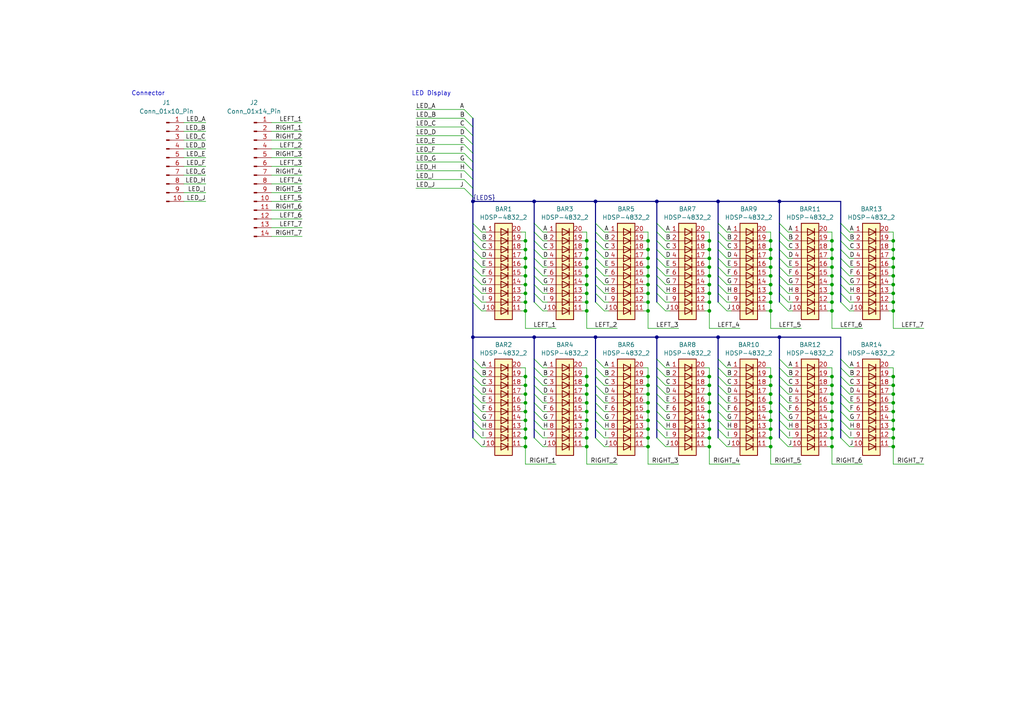
<source format=kicad_sch>
(kicad_sch (version 20230121) (generator eeschema)
  (paper "A4")
  (title_block (title "Spectrum Analyzer Display") (date "2023-08-01") (rev "0.1.0") (company "shimo8810"))
  (bus_alias "LEDS" (members "A" "B" "C" "D" "E" "F" "G" "H" "I" "J"))
  (junction (at 259.08 114.3))
  (junction (at 223.52 90.17))
  (junction (at 187.96 109.22))
  (junction (at 154.94 58.42))
  (junction (at 187.96 127))
  (junction (at 259.08 90.17))
  (junction (at 241.3 80.01))
  (junction (at 259.08 72.39))
  (junction (at 259.08 80.01))
  (junction (at 170.18 87.63))
  (junction (at 152.4 119.38))
  (junction (at 187.96 90.17))
  (junction (at 223.52 121.92))
  (junction (at 223.52 85.09))
  (junction (at 241.3 72.39))
  (junction (at 187.96 116.84))
  (junction (at 205.74 82.55))
  (junction (at 187.96 119.38))
  (junction (at 241.3 69.85))
  (junction (at 187.96 74.93))
  (junction (at 152.4 109.22))
  (junction (at 223.52 124.46))
  (junction (at 223.52 111.76))
  (junction (at 259.08 87.63))
  (junction (at 205.74 69.85))
  (junction (at 259.08 129.54))
  (junction (at 223.52 87.63))
  (junction (at 241.3 82.55))
  (junction (at 259.08 119.38))
  (junction (at 223.52 109.22))
  (junction (at 152.4 116.84))
  (junction (at 152.4 87.63))
  (junction (at 170.18 111.76))
  (junction (at 205.74 109.22))
  (junction (at 152.4 90.17))
  (junction (at 170.18 114.3))
  (junction (at 223.52 82.55))
  (junction (at 187.96 114.3))
  (junction (at 259.08 127))
  (junction (at 170.18 72.39))
  (junction (at 152.4 85.09))
  (junction (at 223.52 116.84))
  (junction (at 205.74 87.63))
  (junction (at 170.18 69.85))
  (junction (at 241.3 124.46))
  (junction (at 241.3 109.22))
  (junction (at 190.5 97.79))
  (junction (at 170.18 82.55))
  (junction (at 223.52 119.38))
  (junction (at 223.52 74.93))
  (junction (at 208.28 58.42))
  (junction (at 259.08 116.84))
  (junction (at 259.08 69.85))
  (junction (at 208.28 97.79))
  (junction (at 152.4 69.85))
  (junction (at 205.74 124.46))
  (junction (at 241.3 121.92))
  (junction (at 152.4 121.92))
  (junction (at 241.3 87.63))
  (junction (at 241.3 85.09))
  (junction (at 170.18 80.01))
  (junction (at 241.3 114.3))
  (junction (at 170.18 119.38))
  (junction (at 170.18 124.46))
  (junction (at 170.18 127))
  (junction (at 152.4 127))
  (junction (at 223.52 114.3))
  (junction (at 152.4 129.54))
  (junction (at 223.52 80.01))
  (junction (at 137.16 58.42))
  (junction (at 187.96 129.54))
  (junction (at 241.3 116.84))
  (junction (at 223.52 69.85))
  (junction (at 205.74 119.38))
  (junction (at 241.3 77.47))
  (junction (at 241.3 90.17))
  (junction (at 259.08 124.46))
  (junction (at 187.96 111.76))
  (junction (at 170.18 85.09))
  (junction (at 205.74 77.47))
  (junction (at 170.18 77.47))
  (junction (at 137.16 97.79))
  (junction (at 223.52 72.39))
  (junction (at 241.3 127))
  (junction (at 241.3 74.93))
  (junction (at 187.96 124.46))
  (junction (at 205.74 121.92))
  (junction (at 170.18 121.92))
  (junction (at 223.52 77.47))
  (junction (at 187.96 85.09))
  (junction (at 205.74 114.3))
  (junction (at 226.06 97.79))
  (junction (at 205.74 74.93))
  (junction (at 226.06 58.42))
  (junction (at 259.08 111.76))
  (junction (at 187.96 82.55))
  (junction (at 259.08 121.92))
  (junction (at 223.52 129.54))
  (junction (at 170.18 74.93))
  (junction (at 170.18 116.84))
  (junction (at 205.74 127))
  (junction (at 205.74 72.39))
  (junction (at 187.96 72.39))
  (junction (at 152.4 82.55))
  (junction (at 187.96 69.85))
  (junction (at 152.4 111.76))
  (junction (at 154.94 97.79))
  (junction (at 190.5 58.42))
  (junction (at 152.4 77.47))
  (junction (at 170.18 90.17))
  (junction (at 205.74 80.01))
  (junction (at 241.3 111.76))
  (junction (at 170.18 129.54))
  (junction (at 205.74 90.17))
  (junction (at 259.08 85.09))
  (junction (at 259.08 109.22))
  (junction (at 241.3 129.54))
  (junction (at 187.96 87.63))
  (junction (at 205.74 111.76))
  (junction (at 152.4 124.46))
  (junction (at 205.74 85.09))
  (junction (at 152.4 114.3))
  (junction (at 152.4 80.01))
  (junction (at 172.72 97.79))
  (junction (at 170.18 109.22))
  (junction (at 223.52 127))
  (junction (at 241.3 119.38))
  (junction (at 259.08 77.47))
  (junction (at 152.4 72.39))
  (junction (at 152.4 74.93))
  (junction (at 259.08 82.55))
  (junction (at 205.74 129.54))
  (junction (at 172.72 58.42))
  (junction (at 187.96 77.47))
  (junction (at 205.74 116.84))
  (junction (at 259.08 74.93))
  (junction (at 187.96 121.92))
  (junction (at 187.96 80.01))
  (bus_entry (at 243.84 80.01) (size 2.54 2.54))
  (bus_entry (at 172.72 116.84) (size 2.54 2.54))
  (bus_entry (at 226.06 111.76) (size 2.54 2.54))
  (bus_entry (at 226.06 121.92) (size 2.54 2.54))
  (bus_entry (at 137.16 87.63) (size 2.54 2.54))
  (bus_entry (at 172.72 85.09) (size 2.54 2.54))
  (bus_entry (at 243.84 69.85) (size 2.54 2.54))
  (bus_entry (at 208.28 116.84) (size 2.54 2.54))
  (bus_entry (at 243.84 111.76) (size 2.54 2.54))
  (bus_entry (at 134.62 39.37) (size 2.54 2.54))
  (bus_entry (at 208.28 82.55) (size 2.54 2.54))
  (bus_entry (at 226.06 82.55) (size 2.54 2.54))
  (bus_entry (at 190.5 104.14) (size 2.54 2.54))
  (bus_entry (at 137.16 74.93) (size 2.54 2.54))
  (bus_entry (at 154.94 77.47) (size 2.54 2.54))
  (bus_entry (at 243.84 106.68) (size 2.54 2.54))
  (bus_entry (at 154.94 80.01) (size 2.54 2.54))
  (bus_entry (at 137.16 127) (size 2.54 2.54))
  (bus_entry (at 208.28 64.77) (size 2.54 2.54))
  (bus_entry (at 226.06 116.84) (size 2.54 2.54))
  (bus_entry (at 154.94 114.3) (size 2.54 2.54))
  (bus_entry (at 172.72 77.47) (size 2.54 2.54))
  (bus_entry (at 172.72 69.85) (size 2.54 2.54))
  (bus_entry (at 208.28 85.09) (size 2.54 2.54))
  (bus_entry (at 226.06 64.77) (size 2.54 2.54))
  (bus_entry (at 137.16 116.84) (size 2.54 2.54))
  (bus_entry (at 137.16 82.55) (size 2.54 2.54))
  (bus_entry (at 226.06 119.38) (size 2.54 2.54))
  (bus_entry (at 137.16 64.77) (size 2.54 2.54))
  (bus_entry (at 208.28 106.68) (size 2.54 2.54))
  (bus_entry (at 243.84 104.14) (size 2.54 2.54))
  (bus_entry (at 134.62 49.53) (size 2.54 2.54))
  (bus_entry (at 226.06 77.47) (size 2.54 2.54))
  (bus_entry (at 208.28 111.76) (size 2.54 2.54))
  (bus_entry (at 154.94 116.84) (size 2.54 2.54))
  (bus_entry (at 190.5 114.3) (size 2.54 2.54))
  (bus_entry (at 137.16 67.31) (size 2.54 2.54))
  (bus_entry (at 190.5 124.46) (size 2.54 2.54))
  (bus_entry (at 243.84 85.09) (size 2.54 2.54))
  (bus_entry (at 208.28 72.39) (size 2.54 2.54))
  (bus_entry (at 137.16 80.01) (size 2.54 2.54))
  (bus_entry (at 172.72 121.92) (size 2.54 2.54))
  (bus_entry (at 208.28 127) (size 2.54 2.54))
  (bus_entry (at 243.84 67.31) (size 2.54 2.54))
  (bus_entry (at 134.62 52.07) (size 2.54 2.54))
  (bus_entry (at 172.72 109.22) (size 2.54 2.54))
  (bus_entry (at 190.5 67.31) (size 2.54 2.54))
  (bus_entry (at 226.06 80.01) (size 2.54 2.54))
  (bus_entry (at 154.94 104.14) (size 2.54 2.54))
  (bus_entry (at 134.62 54.61) (size 2.54 2.54))
  (bus_entry (at 172.72 104.14) (size 2.54 2.54))
  (bus_entry (at 154.94 82.55) (size 2.54 2.54))
  (bus_entry (at 154.94 64.77) (size 2.54 2.54))
  (bus_entry (at 172.72 64.77) (size 2.54 2.54))
  (bus_entry (at 154.94 74.93) (size 2.54 2.54))
  (bus_entry (at 226.06 69.85) (size 2.54 2.54))
  (bus_entry (at 208.28 124.46) (size 2.54 2.54))
  (bus_entry (at 243.84 72.39) (size 2.54 2.54))
  (bus_entry (at 154.94 124.46) (size 2.54 2.54))
  (bus_entry (at 226.06 109.22) (size 2.54 2.54))
  (bus_entry (at 190.5 121.92) (size 2.54 2.54))
  (bus_entry (at 190.5 77.47) (size 2.54 2.54))
  (bus_entry (at 137.16 106.68) (size 2.54 2.54))
  (bus_entry (at 226.06 72.39) (size 2.54 2.54))
  (bus_entry (at 190.5 69.85) (size 2.54 2.54))
  (bus_entry (at 208.28 80.01) (size 2.54 2.54))
  (bus_entry (at 154.94 121.92) (size 2.54 2.54))
  (bus_entry (at 172.72 106.68) (size 2.54 2.54))
  (bus_entry (at 226.06 67.31) (size 2.54 2.54))
  (bus_entry (at 172.72 127) (size 2.54 2.54))
  (bus_entry (at 172.72 124.46) (size 2.54 2.54))
  (bus_entry (at 154.94 87.63) (size 2.54 2.54))
  (bus_entry (at 190.5 74.93) (size 2.54 2.54))
  (bus_entry (at 154.94 69.85) (size 2.54 2.54))
  (bus_entry (at 154.94 85.09) (size 2.54 2.54))
  (bus_entry (at 190.5 80.01) (size 2.54 2.54))
  (bus_entry (at 226.06 114.3) (size 2.54 2.54))
  (bus_entry (at 208.28 119.38) (size 2.54 2.54))
  (bus_entry (at 172.72 82.55) (size 2.54 2.54))
  (bus_entry (at 208.28 87.63) (size 2.54 2.54))
  (bus_entry (at 208.28 121.92) (size 2.54 2.54))
  (bus_entry (at 172.72 72.39) (size 2.54 2.54))
  (bus_entry (at 190.5 116.84) (size 2.54 2.54))
  (bus_entry (at 134.62 36.83) (size 2.54 2.54))
  (bus_entry (at 226.06 124.46) (size 2.54 2.54))
  (bus_entry (at 154.94 72.39) (size 2.54 2.54))
  (bus_entry (at 243.84 116.84) (size 2.54 2.54))
  (bus_entry (at 208.28 104.14) (size 2.54 2.54))
  (bus_entry (at 208.28 74.93) (size 2.54 2.54))
  (bus_entry (at 190.5 109.22) (size 2.54 2.54))
  (bus_entry (at 137.16 104.14) (size 2.54 2.54))
  (bus_entry (at 208.28 67.31) (size 2.54 2.54))
  (bus_entry (at 137.16 121.92) (size 2.54 2.54))
  (bus_entry (at 137.16 114.3) (size 2.54 2.54))
  (bus_entry (at 172.72 80.01) (size 2.54 2.54))
  (bus_entry (at 172.72 111.76) (size 2.54 2.54))
  (bus_entry (at 134.62 44.45) (size 2.54 2.54))
  (bus_entry (at 243.84 82.55) (size 2.54 2.54))
  (bus_entry (at 190.5 119.38) (size 2.54 2.54))
  (bus_entry (at 154.94 111.76) (size 2.54 2.54))
  (bus_entry (at 134.62 46.99) (size 2.54 2.54))
  (bus_entry (at 226.06 87.63) (size 2.54 2.54))
  (bus_entry (at 190.5 82.55) (size 2.54 2.54))
  (bus_entry (at 172.72 119.38) (size 2.54 2.54))
  (bus_entry (at 172.72 87.63) (size 2.54 2.54))
  (bus_entry (at 172.72 67.31) (size 2.54 2.54))
  (bus_entry (at 134.62 31.75) (size 2.54 2.54))
  (bus_entry (at 226.06 106.68) (size 2.54 2.54))
  (bus_entry (at 137.16 111.76) (size 2.54 2.54))
  (bus_entry (at 172.72 74.93) (size 2.54 2.54))
  (bus_entry (at 243.84 121.92) (size 2.54 2.54))
  (bus_entry (at 190.5 85.09) (size 2.54 2.54))
  (bus_entry (at 243.84 64.77) (size 2.54 2.54))
  (bus_entry (at 190.5 87.63) (size 2.54 2.54))
  (bus_entry (at 208.28 114.3) (size 2.54 2.54))
  (bus_entry (at 208.28 109.22) (size 2.54 2.54))
  (bus_entry (at 190.5 127) (size 2.54 2.54))
  (bus_entry (at 226.06 127) (size 2.54 2.54))
  (bus_entry (at 226.06 74.93) (size 2.54 2.54))
  (bus_entry (at 172.72 114.3) (size 2.54 2.54))
  (bus_entry (at 243.84 77.47) (size 2.54 2.54))
  (bus_entry (at 190.5 64.77) (size 2.54 2.54))
  (bus_entry (at 134.62 34.29) (size 2.54 2.54))
  (bus_entry (at 226.06 104.14) (size 2.54 2.54))
  (bus_entry (at 154.94 106.68) (size 2.54 2.54))
  (bus_entry (at 243.84 124.46) (size 2.54 2.54))
  (bus_entry (at 137.16 72.39) (size 2.54 2.54))
  (bus_entry (at 137.16 124.46) (size 2.54 2.54))
  (bus_entry (at 137.16 85.09) (size 2.54 2.54))
  (bus_entry (at 134.62 41.91) (size 2.54 2.54))
  (bus_entry (at 190.5 106.68) (size 2.54 2.54))
  (bus_entry (at 208.28 77.47) (size 2.54 2.54))
  (bus_entry (at 137.16 77.47) (size 2.54 2.54))
  (bus_entry (at 137.16 69.85) (size 2.54 2.54))
  (bus_entry (at 154.94 109.22) (size 2.54 2.54))
  (bus_entry (at 243.84 87.63) (size 2.54 2.54))
  (bus_entry (at 243.84 119.38) (size 2.54 2.54))
  (bus_entry (at 243.84 74.93) (size 2.54 2.54))
  (bus_entry (at 154.94 119.38) (size 2.54 2.54))
  (bus_entry (at 226.06 85.09) (size 2.54 2.54))
  (bus_entry (at 243.84 109.22) (size 2.54 2.54))
  (bus_entry (at 190.5 72.39) (size 2.54 2.54))
  (bus_entry (at 190.5 111.76) (size 2.54 2.54))
  (bus_entry (at 208.28 69.85) (size 2.54 2.54))
  (bus_entry (at 137.16 119.38) (size 2.54 2.54))
  (bus_entry (at 243.84 127) (size 2.54 2.54))
  (bus_entry (at 243.84 114.3) (size 2.54 2.54))
  (bus_entry (at 154.94 127) (size 2.54 2.54))
  (bus_entry (at 154.94 67.31) (size 2.54 2.54))
  (bus_entry (at 137.16 109.22) (size 2.54 2.54))
  (wire (pts (xy 210.82 80.01) (xy 212.09 80.01)))
  (wire (pts (xy 53.34 50.8) (xy 59.69 50.8)))
  (wire (pts (xy 151.13 111.76) (xy 152.4 111.76)))
  (wire (pts (xy 204.47 82.55) (xy 205.74 82.55)))
  (wire (pts (xy 210.82 72.39) (xy 212.09 72.39)))
  (wire (pts (xy 259.08 90.17) (xy 259.08 95.25)))
  (wire (pts (xy 222.25 69.85) (xy 223.52 69.85)))
  (wire (pts (xy 246.38 74.93) (xy 247.65 74.93)))
  (wire (pts (xy 186.69 114.3) (xy 187.96 114.3)))
  (wire (pts (xy 228.6 114.3) (xy 229.87 114.3)))
  (wire (pts (xy 187.96 127) (xy 187.96 129.54)))
  (wire (pts (xy 187.96 129.54) (xy 187.96 134.62)))
  (wire (pts (xy 168.91 80.01) (xy 170.18 80.01)))
  (wire (pts (xy 241.3 116.84) (xy 241.3 119.38)))
  (wire (pts (xy 241.3 74.93) (xy 241.3 77.47)))
  (wire (pts (xy 223.52 82.55) (xy 223.52 85.09)))
  (wire (pts (xy 186.69 124.46) (xy 187.96 124.46)))
  (wire (pts (xy 170.18 87.63) (xy 170.18 90.17)))
  (bus (pts (xy 172.72 85.09) (xy 172.72 87.63)))
  (wire (pts (xy 241.3 72.39) (xy 241.3 74.93)))
  (wire (pts (xy 151.13 109.22) (xy 152.4 109.22)))
  (bus (pts (xy 208.28 80.01) (xy 208.28 82.55)))
  (wire (pts (xy 228.6 74.93) (xy 229.87 74.93)))
  (wire (pts (xy 151.13 82.55) (xy 152.4 82.55)))
  (wire (pts (xy 186.69 69.85) (xy 187.96 69.85)))
  (bus (pts (xy 154.94 82.55) (xy 154.94 85.09)))
  (wire (pts (xy 257.81 85.09) (xy 259.08 85.09)))
  (bus (pts (xy 208.28 72.39) (xy 208.28 74.93)))
  (bus (pts (xy 154.94 58.42) (xy 154.94 64.77)))
  (wire (pts (xy 139.7 80.01) (xy 140.97 80.01)))
  (wire (pts (xy 228.6 106.68) (xy 229.87 106.68)))
  (wire (pts (xy 120.65 36.83) (xy 134.62 36.83)))
  (bus (pts (xy 226.06 121.92) (xy 226.06 124.46)))
  (bus (pts (xy 190.5 111.76) (xy 190.5 114.3)))
  (wire (pts (xy 187.96 87.63) (xy 187.96 90.17)))
  (bus (pts (xy 172.72 72.39) (xy 172.72 74.93)))
  (wire (pts (xy 222.25 72.39) (xy 223.52 72.39)))
  (wire (pts (xy 259.08 124.46) (xy 259.08 127)))
  (bus (pts (xy 154.94 104.14) (xy 154.94 106.68)))
  (wire (pts (xy 204.47 77.47) (xy 205.74 77.47)))
  (wire (pts (xy 241.3 95.25) (xy 250.19 95.25)))
  (wire (pts (xy 228.6 124.46) (xy 229.87 124.46)))
  (wire (pts (xy 204.47 85.09) (xy 205.74 85.09)))
  (wire (pts (xy 204.47 111.76) (xy 205.74 111.76)))
  (wire (pts (xy 152.4 82.55) (xy 152.4 85.09)))
  (wire (pts (xy 120.65 52.07) (xy 134.62 52.07)))
  (bus (pts (xy 226.06 58.42) (xy 243.84 58.42)))
  (wire (pts (xy 246.38 121.92) (xy 247.65 121.92)))
  (wire (pts (xy 210.82 124.46) (xy 212.09 124.46)))
  (wire (pts (xy 241.3 106.68) (xy 241.3 109.22)))
  (wire (pts (xy 78.74 58.42) (xy 87.63 58.42)))
  (wire (pts (xy 186.69 116.84) (xy 187.96 116.84)))
  (wire (pts (xy 193.04 90.17) (xy 194.31 90.17)))
  (wire (pts (xy 151.13 90.17) (xy 152.4 90.17)))
  (wire (pts (xy 78.74 45.72) (xy 87.63 45.72)))
  (wire (pts (xy 78.74 35.56) (xy 87.63 35.56)))
  (wire (pts (xy 222.25 129.54) (xy 223.52 129.54)))
  (wire (pts (xy 53.34 45.72) (xy 59.69 45.72)))
  (wire (pts (xy 151.13 127) (xy 152.4 127)))
  (wire (pts (xy 228.6 77.47) (xy 229.87 77.47)))
  (wire (pts (xy 168.91 90.17) (xy 170.18 90.17)))
  (wire (pts (xy 139.7 119.38) (xy 140.97 119.38)))
  (wire (pts (xy 152.4 77.47) (xy 152.4 80.01)))
  (wire (pts (xy 152.4 72.39) (xy 152.4 74.93)))
  (wire (pts (xy 152.4 74.93) (xy 152.4 77.47)))
  (wire (pts (xy 120.65 49.53) (xy 134.62 49.53)))
  (bus (pts (xy 243.84 119.38) (xy 243.84 121.92)))
  (wire (pts (xy 168.91 106.68) (xy 170.18 106.68)))
  (wire (pts (xy 157.48 85.09) (xy 158.75 85.09)))
  (wire (pts (xy 246.38 129.54) (xy 247.65 129.54)))
  (wire (pts (xy 168.91 77.47) (xy 170.18 77.47)))
  (wire (pts (xy 193.04 87.63) (xy 194.31 87.63)))
  (wire (pts (xy 168.91 121.92) (xy 170.18 121.92)))
  (wire (pts (xy 170.18 67.31) (xy 170.18 69.85)))
  (wire (pts (xy 193.04 77.47) (xy 194.31 77.47)))
  (bus (pts (xy 190.5 85.09) (xy 190.5 87.63)))
  (wire (pts (xy 223.52 69.85) (xy 223.52 72.39)))
  (wire (pts (xy 151.13 106.68) (xy 152.4 106.68)))
  (bus (pts (xy 243.84 114.3) (xy 243.84 116.84)))
  (wire (pts (xy 205.74 121.92) (xy 205.74 124.46)))
  (bus (pts (xy 137.16 36.83) (xy 137.16 39.37)))
  (wire (pts (xy 193.04 74.93) (xy 194.31 74.93)))
  (wire (pts (xy 152.4 69.85) (xy 152.4 72.39)))
  (wire (pts (xy 152.4 129.54) (xy 152.4 134.62)))
  (wire (pts (xy 139.7 121.92) (xy 140.97 121.92)))
  (bus (pts (xy 208.28 109.22) (xy 208.28 111.76)))
  (bus (pts (xy 154.94 111.76) (xy 154.94 114.3)))
  (wire (pts (xy 259.08 74.93) (xy 259.08 77.47)))
  (wire (pts (xy 139.7 85.09) (xy 140.97 85.09)))
  (bus (pts (xy 137.16 39.37) (xy 137.16 41.91)))
  (wire (pts (xy 257.81 116.84) (xy 259.08 116.84)))
  (wire (pts (xy 240.03 119.38) (xy 241.3 119.38)))
  (wire (pts (xy 168.91 85.09) (xy 170.18 85.09)))
  (wire (pts (xy 186.69 77.47) (xy 187.96 77.47)))
  (wire (pts (xy 170.18 134.62) (xy 179.07 134.62)))
  (bus (pts (xy 154.94 106.68) (xy 154.94 109.22)))
  (wire (pts (xy 53.34 35.56) (xy 59.69 35.56)))
  (bus (pts (xy 190.5 116.84) (xy 190.5 119.38)))
  (wire (pts (xy 205.74 69.85) (xy 205.74 72.39)))
  (wire (pts (xy 240.03 67.31) (xy 241.3 67.31)))
  (wire (pts (xy 210.82 90.17) (xy 212.09 90.17)))
  (wire (pts (xy 241.3 67.31) (xy 241.3 69.85)))
  (bus (pts (xy 172.72 58.42) (xy 190.5 58.42)))
  (wire (pts (xy 175.26 69.85) (xy 176.53 69.85)))
  (bus (pts (xy 172.72 111.76) (xy 172.72 114.3)))
  (wire (pts (xy 222.25 111.76) (xy 223.52 111.76)))
  (wire (pts (xy 205.74 134.62) (xy 214.63 134.62)))
  (wire (pts (xy 157.48 80.01) (xy 158.75 80.01)))
  (wire (pts (xy 151.13 67.31) (xy 152.4 67.31)))
  (wire (pts (xy 223.52 77.47) (xy 223.52 80.01)))
  (wire (pts (xy 139.7 90.17) (xy 140.97 90.17)))
  (bus (pts (xy 243.84 64.77) (xy 243.84 58.42)))
  (bus (pts (xy 243.84 67.31) (xy 243.84 69.85)))
  (wire (pts (xy 257.81 90.17) (xy 259.08 90.17)))
  (wire (pts (xy 246.38 67.31) (xy 247.65 67.31)))
  (wire (pts (xy 228.6 121.92) (xy 229.87 121.92)))
  (wire (pts (xy 53.34 55.88) (xy 59.69 55.88)))
  (wire (pts (xy 228.6 109.22) (xy 229.87 109.22)))
  (wire (pts (xy 168.91 69.85) (xy 170.18 69.85)))
  (wire (pts (xy 168.91 74.93) (xy 170.18 74.93)))
  (bus (pts (xy 137.16 58.42) (xy 137.16 64.77)))
  (wire (pts (xy 78.74 66.04) (xy 87.63 66.04)))
  (wire (pts (xy 186.69 82.55) (xy 187.96 82.55)))
  (wire (pts (xy 210.82 106.68) (xy 212.09 106.68)))
  (wire (pts (xy 241.3 134.62) (xy 250.19 134.62)))
  (bus (pts (xy 137.16 74.93) (xy 137.16 77.47)))
  (bus (pts (xy 137.16 124.46) (xy 137.16 127)))
  (wire (pts (xy 205.74 127) (xy 205.74 129.54)))
  (wire (pts (xy 257.81 80.01) (xy 259.08 80.01)))
  (wire (pts (xy 151.13 77.47) (xy 152.4 77.47)))
  (wire (pts (xy 204.47 124.46) (xy 205.74 124.46)))
  (bus (pts (xy 172.72 82.55) (xy 172.72 85.09)))
  (bus (pts (xy 243.84 111.76) (xy 243.84 114.3)))
  (bus (pts (xy 137.16 57.15) (xy 137.16 58.42)))
  (wire (pts (xy 240.03 129.54) (xy 241.3 129.54)))
  (wire (pts (xy 223.52 124.46) (xy 223.52 127)))
  (wire (pts (xy 222.25 109.22) (xy 223.52 109.22)))
  (wire (pts (xy 168.91 67.31) (xy 170.18 67.31)))
  (bus (pts (xy 137.16 44.45) (xy 137.16 46.99)))
  (wire (pts (xy 240.03 127) (xy 241.3 127)))
  (wire (pts (xy 151.13 124.46) (xy 152.4 124.46)))
  (wire (pts (xy 170.18 111.76) (xy 170.18 114.3)))
  (bus (pts (xy 226.06 74.93) (xy 226.06 77.47)))
  (wire (pts (xy 240.03 90.17) (xy 241.3 90.17)))
  (bus (pts (xy 154.94 121.92) (xy 154.94 124.46)))
  (wire (pts (xy 259.08 95.25) (xy 267.97 95.25)))
  (wire (pts (xy 170.18 72.39) (xy 170.18 74.93)))
  (bus (pts (xy 137.16 49.53) (xy 137.16 52.07)))
  (wire (pts (xy 210.82 129.54) (xy 212.09 129.54)))
  (bus (pts (xy 243.84 116.84) (xy 243.84 119.38)))
  (wire (pts (xy 187.96 77.47) (xy 187.96 80.01)))
  (bus (pts (xy 172.72 64.77) (xy 172.72 67.31)))
  (bus (pts (xy 190.5 80.01) (xy 190.5 82.55)))
  (wire (pts (xy 204.47 67.31) (xy 205.74 67.31)))
  (bus (pts (xy 208.28 119.38) (xy 208.28 121.92)))
  (wire (pts (xy 157.48 90.17) (xy 158.75 90.17)))
  (bus (pts (xy 137.16 54.61) (xy 137.16 57.15)))
  (wire (pts (xy 170.18 90.17) (xy 170.18 95.25)))
  (wire (pts (xy 175.26 87.63) (xy 176.53 87.63)))
  (wire (pts (xy 246.38 106.68) (xy 247.65 106.68)))
  (wire (pts (xy 157.48 111.76) (xy 158.75 111.76)))
  (wire (pts (xy 210.82 82.55) (xy 212.09 82.55)))
  (wire (pts (xy 78.74 68.58) (xy 87.63 68.58)))
  (wire (pts (xy 175.26 109.22) (xy 176.53 109.22)))
  (wire (pts (xy 222.25 74.93) (xy 223.52 74.93)))
  (wire (pts (xy 157.48 124.46) (xy 158.75 124.46)))
  (wire (pts (xy 205.74 95.25) (xy 214.63 95.25)))
  (wire (pts (xy 241.3 90.17) (xy 241.3 95.25)))
  (bus (pts (xy 137.16 67.31) (xy 137.16 69.85)))
  (wire (pts (xy 139.7 109.22) (xy 140.97 109.22)))
  (wire (pts (xy 168.91 111.76) (xy 170.18 111.76)))
  (wire (pts (xy 175.26 67.31) (xy 176.53 67.31)))
  (wire (pts (xy 187.96 74.93) (xy 187.96 77.47)))
  (wire (pts (xy 222.25 80.01) (xy 223.52 80.01)))
  (wire (pts (xy 257.81 106.68) (xy 259.08 106.68)))
  (wire (pts (xy 228.6 127) (xy 229.87 127)))
  (wire (pts (xy 205.74 129.54) (xy 205.74 134.62)))
  (bus (pts (xy 137.16 41.91) (xy 137.16 44.45)))
  (wire (pts (xy 259.08 121.92) (xy 259.08 124.46)))
  (wire (pts (xy 240.03 69.85) (xy 241.3 69.85)))
  (wire (pts (xy 223.52 80.01) (xy 223.52 82.55)))
  (wire (pts (xy 120.65 54.61) (xy 134.62 54.61)))
  (wire (pts (xy 205.74 85.09) (xy 205.74 87.63)))
  (wire (pts (xy 186.69 121.92) (xy 187.96 121.92)))
  (wire (pts (xy 78.74 53.34) (xy 87.63 53.34)))
  (bus (pts (xy 154.94 85.09) (xy 154.94 87.63)))
  (wire (pts (xy 186.69 87.63) (xy 187.96 87.63)))
  (wire (pts (xy 223.52 134.62) (xy 232.41 134.62)))
  (bus (pts (xy 226.06 106.68) (xy 226.06 109.22)))
  (wire (pts (xy 241.3 87.63) (xy 241.3 90.17)))
  (wire (pts (xy 120.65 41.91) (xy 134.62 41.91)))
  (wire (pts (xy 168.91 129.54) (xy 170.18 129.54)))
  (wire (pts (xy 151.13 119.38) (xy 152.4 119.38)))
  (wire (pts (xy 175.26 121.92) (xy 176.53 121.92)))
  (wire (pts (xy 186.69 109.22) (xy 187.96 109.22)))
  (bus (pts (xy 243.84 121.92) (xy 243.84 124.46)))
  (bus (pts (xy 243.84 80.01) (xy 243.84 82.55)))
  (wire (pts (xy 210.82 87.63) (xy 212.09 87.63)))
  (wire (pts (xy 170.18 85.09) (xy 170.18 87.63)))
  (bus (pts (xy 243.84 64.77) (xy 243.84 67.31)))
  (wire (pts (xy 151.13 74.93) (xy 152.4 74.93)))
  (bus (pts (xy 137.16 80.01) (xy 137.16 82.55)))
  (bus (pts (xy 190.5 109.22) (xy 190.5 111.76)))
  (wire (pts (xy 157.48 109.22) (xy 158.75 109.22)))
  (wire (pts (xy 257.81 119.38) (xy 259.08 119.38)))
  (wire (pts (xy 204.47 72.39) (xy 205.74 72.39)))
  (bus (pts (xy 172.72 124.46) (xy 172.72 127)))
  (wire (pts (xy 53.34 43.18) (xy 59.69 43.18)))
  (wire (pts (xy 170.18 69.85) (xy 170.18 72.39)))
  (wire (pts (xy 259.08 134.62) (xy 267.97 134.62)))
  (wire (pts (xy 175.26 127) (xy 176.53 127)))
  (wire (pts (xy 151.13 69.85) (xy 152.4 69.85)))
  (wire (pts (xy 259.08 69.85) (xy 259.08 72.39)))
  (wire (pts (xy 204.47 80.01) (xy 205.74 80.01)))
  (bus (pts (xy 208.28 114.3) (xy 208.28 116.84)))
  (bus (pts (xy 172.72 58.42) (xy 172.72 64.77)))
  (wire (pts (xy 240.03 85.09) (xy 241.3 85.09)))
  (wire (pts (xy 187.96 95.25) (xy 196.85 95.25)))
  (wire (pts (xy 222.25 124.46) (xy 223.52 124.46)))
  (wire (pts (xy 241.3 109.22) (xy 241.3 111.76)))
  (wire (pts (xy 157.48 106.68) (xy 158.75 106.68)))
  (bus (pts (xy 226.06 69.85) (xy 226.06 72.39)))
  (wire (pts (xy 223.52 119.38) (xy 223.52 121.92)))
  (wire (pts (xy 151.13 80.01) (xy 152.4 80.01)))
  (wire (pts (xy 223.52 85.09) (xy 223.52 87.63)))
  (bus (pts (xy 208.28 82.55) (xy 208.28 85.09)))
  (wire (pts (xy 246.38 90.17) (xy 247.65 90.17)))
  (wire (pts (xy 139.7 114.3) (xy 140.97 114.3)))
  (bus (pts (xy 208.28 77.47) (xy 208.28 80.01)))
  (wire (pts (xy 170.18 82.55) (xy 170.18 85.09)))
  (wire (pts (xy 222.25 67.31) (xy 223.52 67.31)))
  (wire (pts (xy 259.08 109.22) (xy 259.08 111.76)))
  (bus (pts (xy 154.94 69.85) (xy 154.94 72.39)))
  (bus (pts (xy 226.06 64.77) (xy 226.06 67.31)))
  (wire (pts (xy 78.74 43.18) (xy 87.63 43.18)))
  (wire (pts (xy 204.47 109.22) (xy 205.74 109.22)))
  (wire (pts (xy 157.48 72.39) (xy 158.75 72.39)))
  (wire (pts (xy 193.04 119.38) (xy 194.31 119.38)))
  (wire (pts (xy 246.38 116.84) (xy 247.65 116.84)))
  (wire (pts (xy 205.74 67.31) (xy 205.74 69.85)))
  (wire (pts (xy 187.96 85.09) (xy 187.96 87.63)))
  (wire (pts (xy 223.52 95.25) (xy 232.41 95.25)))
  (wire (pts (xy 157.48 77.47) (xy 158.75 77.47)))
  (bus (pts (xy 208.28 69.85) (xy 208.28 72.39)))
  (wire (pts (xy 186.69 67.31) (xy 187.96 67.31)))
  (bus (pts (xy 154.94 104.14) (xy 154.94 97.79)))
  (bus (pts (xy 137.16 69.85) (xy 137.16 72.39)))
  (wire (pts (xy 222.25 116.84) (xy 223.52 116.84)))
  (bus (pts (xy 190.5 106.68) (xy 190.5 109.22)))
  (wire (pts (xy 246.38 72.39) (xy 247.65 72.39)))
  (wire (pts (xy 175.26 116.84) (xy 176.53 116.84)))
  (bus (pts (xy 243.84 77.47) (xy 243.84 80.01)))
  (wire (pts (xy 152.4 134.62) (xy 161.29 134.62)))
  (wire (pts (xy 210.82 114.3) (xy 212.09 114.3)))
  (wire (pts (xy 204.47 69.85) (xy 205.74 69.85)))
  (bus (pts (xy 226.06 97.79) (xy 226.06 104.14)))
  (wire (pts (xy 193.04 111.76) (xy 194.31 111.76)))
  (wire (pts (xy 223.52 90.17) (xy 223.52 95.25)))
  (wire (pts (xy 204.47 127) (xy 205.74 127)))
  (wire (pts (xy 152.4 87.63) (xy 152.4 90.17)))
  (bus (pts (xy 243.84 124.46) (xy 243.84 127)))
  (bus (pts (xy 226.06 58.42) (xy 226.06 64.77)))
  (wire (pts (xy 193.04 114.3) (xy 194.31 114.3)))
  (wire (pts (xy 193.04 121.92) (xy 194.31 121.92)))
  (wire (pts (xy 170.18 116.84) (xy 170.18 119.38)))
  (wire (pts (xy 223.52 127) (xy 223.52 129.54)))
  (wire (pts (xy 223.52 72.39) (xy 223.52 74.93)))
  (bus (pts (xy 243.84 85.09) (xy 243.84 87.63)))
  (bus (pts (xy 154.94 119.38) (xy 154.94 121.92)))
  (wire (pts (xy 240.03 124.46) (xy 241.3 124.46)))
  (wire (pts (xy 241.3 80.01) (xy 241.3 82.55)))
  (wire (pts (xy 204.47 87.63) (xy 205.74 87.63)))
  (wire (pts (xy 187.96 111.76) (xy 187.96 114.3)))
  (wire (pts (xy 210.82 85.09) (xy 212.09 85.09)))
  (wire (pts (xy 223.52 129.54) (xy 223.52 134.62)))
  (wire (pts (xy 157.48 67.31) (xy 158.75 67.31)))
  (bus (pts (xy 226.06 109.22) (xy 226.06 111.76)))
  (wire (pts (xy 175.26 124.46) (xy 176.53 124.46)))
  (wire (pts (xy 139.7 106.68) (xy 140.97 106.68)))
  (wire (pts (xy 222.25 82.55) (xy 223.52 82.55)))
  (bus (pts (xy 172.72 114.3) (xy 172.72 116.84)))
  (wire (pts (xy 152.4 67.31) (xy 152.4 69.85)))
  (wire (pts (xy 240.03 116.84) (xy 241.3 116.84)))
  (wire (pts (xy 152.4 85.09) (xy 152.4 87.63)))
  (wire (pts (xy 168.91 119.38) (xy 170.18 119.38)))
  (wire (pts (xy 240.03 109.22) (xy 241.3 109.22)))
  (wire (pts (xy 246.38 111.76) (xy 247.65 111.76)))
  (bus (pts (xy 137.16 58.42) (xy 154.94 58.42)))
  (wire (pts (xy 78.74 40.64) (xy 87.63 40.64)))
  (wire (pts (xy 139.7 124.46) (xy 140.97 124.46)))
  (wire (pts (xy 259.08 129.54) (xy 259.08 134.62)))
  (bus (pts (xy 137.16 114.3) (xy 137.16 116.84)))
  (wire (pts (xy 187.96 119.38) (xy 187.96 121.92)))
  (wire (pts (xy 259.08 80.01) (xy 259.08 82.55)))
  (bus (pts (xy 226.06 104.14) (xy 226.06 106.68)))
  (wire (pts (xy 222.25 114.3) (xy 223.52 114.3)))
  (wire (pts (xy 246.38 85.09) (xy 247.65 85.09)))
  (wire (pts (xy 241.3 82.55) (xy 241.3 85.09)))
  (wire (pts (xy 157.48 119.38) (xy 158.75 119.38)))
  (wire (pts (xy 228.6 80.01) (xy 229.87 80.01)))
  (wire (pts (xy 186.69 106.68) (xy 187.96 106.68)))
  (wire (pts (xy 168.91 87.63) (xy 170.18 87.63)))
  (wire (pts (xy 187.96 69.85) (xy 187.96 72.39)))
  (wire (pts (xy 170.18 77.47) (xy 170.18 80.01)))
  (wire (pts (xy 210.82 119.38) (xy 212.09 119.38)))
  (wire (pts (xy 228.6 85.09) (xy 229.87 85.09)))
  (wire (pts (xy 222.25 121.92) (xy 223.52 121.92)))
  (wire (pts (xy 241.3 121.92) (xy 241.3 124.46)))
  (wire (pts (xy 157.48 129.54) (xy 158.75 129.54)))
  (wire (pts (xy 205.74 106.68) (xy 205.74 109.22)))
  (bus (pts (xy 190.5 121.92) (xy 190.5 124.46)))
  (wire (pts (xy 259.08 119.38) (xy 259.08 121.92)))
  (bus (pts (xy 137.16 52.07) (xy 137.16 54.61)))
  (wire (pts (xy 257.81 77.47) (xy 259.08 77.47)))
  (wire (pts (xy 205.74 111.76) (xy 205.74 114.3)))
  (wire (pts (xy 204.47 119.38) (xy 205.74 119.38)))
  (wire (pts (xy 53.34 53.34) (xy 59.69 53.34)))
  (wire (pts (xy 53.34 38.1) (xy 59.69 38.1)))
  (bus (pts (xy 226.06 119.38) (xy 226.06 121.92)))
  (bus (pts (xy 190.5 64.77) (xy 190.5 67.31)))
  (wire (pts (xy 205.74 90.17) (xy 205.74 95.25)))
  (wire (pts (xy 186.69 129.54) (xy 187.96 129.54)))
  (wire (pts (xy 240.03 106.68) (xy 241.3 106.68)))
  (bus (pts (xy 172.72 77.47) (xy 172.72 80.01)))
  (wire (pts (xy 205.74 109.22) (xy 205.74 111.76)))
  (wire (pts (xy 78.74 63.5) (xy 87.63 63.5)))
  (bus (pts (xy 226.06 67.31) (xy 226.06 69.85)))
  (wire (pts (xy 204.47 116.84) (xy 205.74 116.84)))
  (wire (pts (xy 257.81 121.92) (xy 259.08 121.92)))
  (bus (pts (xy 208.28 58.42) (xy 226.06 58.42)))
  (wire (pts (xy 228.6 69.85) (xy 229.87 69.85)))
  (wire (pts (xy 240.03 121.92) (xy 241.3 121.92)))
  (wire (pts (xy 193.04 85.09) (xy 194.31 85.09)))
  (wire (pts (xy 241.3 129.54) (xy 241.3 134.62)))
  (wire (pts (xy 120.65 31.75) (xy 134.62 31.75)))
  (wire (pts (xy 228.6 129.54) (xy 229.87 129.54)))
  (wire (pts (xy 175.26 77.47) (xy 176.53 77.47)))
  (wire (pts (xy 120.65 46.99) (xy 134.62 46.99)))
  (wire (pts (xy 257.81 87.63) (xy 259.08 87.63)))
  (wire (pts (xy 157.48 121.92) (xy 158.75 121.92)))
  (wire (pts (xy 152.4 111.76) (xy 152.4 114.3)))
  (wire (pts (xy 186.69 74.93) (xy 187.96 74.93)))
  (wire (pts (xy 228.6 82.55) (xy 229.87 82.55)))
  (wire (pts (xy 187.96 124.46) (xy 187.96 127)))
  (bus (pts (xy 208.28 58.42) (xy 208.28 64.77)))
  (bus (pts (xy 208.28 106.68) (xy 208.28 109.22)))
  (bus (pts (xy 243.84 72.39) (xy 243.84 74.93)))
  (bus (pts (xy 154.94 114.3) (xy 154.94 116.84)))
  (wire (pts (xy 53.34 40.64) (xy 59.69 40.64)))
  (wire (pts (xy 222.25 119.38) (xy 223.52 119.38)))
  (bus (pts (xy 137.16 64.77) (xy 137.16 67.31)))
  (wire (pts (xy 168.91 82.55) (xy 170.18 82.55)))
  (bus (pts (xy 154.94 64.77) (xy 154.94 67.31)))
  (wire (pts (xy 246.38 127) (xy 247.65 127)))
  (bus (pts (xy 226.06 82.55) (xy 226.06 85.09)))
  (wire (pts (xy 241.3 119.38) (xy 241.3 121.92)))
  (bus (pts (xy 226.06 72.39) (xy 226.06 74.93)))
  (wire (pts (xy 152.4 95.25) (xy 161.29 95.25)))
  (wire (pts (xy 152.4 114.3) (xy 152.4 116.84)))
  (wire (pts (xy 139.7 127) (xy 140.97 127)))
  (wire (pts (xy 157.48 87.63) (xy 158.75 87.63)))
  (wire (pts (xy 175.26 80.01) (xy 176.53 80.01)))
  (wire (pts (xy 204.47 74.93) (xy 205.74 74.93)))
  (bus (pts (xy 154.94 74.93) (xy 154.94 77.47)))
  (bus (pts (xy 226.06 116.84) (xy 226.06 119.38)))
  (bus (pts (xy 172.72 121.92) (xy 172.72 124.46)))
  (bus (pts (xy 190.5 74.93) (xy 190.5 77.47)))
  (wire (pts (xy 228.6 111.76) (xy 229.87 111.76)))
  (wire (pts (xy 240.03 111.76) (xy 241.3 111.76)))
  (wire (pts (xy 228.6 90.17) (xy 229.87 90.17)))
  (bus (pts (xy 154.94 72.39) (xy 154.94 74.93)))
  (wire (pts (xy 259.08 106.68) (xy 259.08 109.22)))
  (wire (pts (xy 175.26 72.39) (xy 176.53 72.39)))
  (wire (pts (xy 246.38 119.38) (xy 247.65 119.38)))
  (bus (pts (xy 137.16 85.09) (xy 137.16 87.63)))
  (bus (pts (xy 190.5 104.14) (xy 190.5 106.68)))
  (wire (pts (xy 170.18 129.54) (xy 170.18 134.62)))
  (wire (pts (xy 152.4 127) (xy 152.4 129.54)))
  (wire (pts (xy 193.04 124.46) (xy 194.31 124.46)))
  (wire (pts (xy 152.4 121.92) (xy 152.4 124.46)))
  (wire (pts (xy 246.38 77.47) (xy 247.65 77.47)))
  (bus (pts (xy 137.16 111.76) (xy 137.16 114.3)))
  (wire (pts (xy 205.74 80.01) (xy 205.74 82.55)))
  (bus (pts (xy 137.16 104.14) (xy 137.16 106.68)))
  (bus (pts (xy 208.28 116.84) (xy 208.28 119.38)))
  (bus (pts (xy 190.5 114.3) (xy 190.5 116.84)))
  (bus (pts (xy 208.28 124.46) (xy 208.28 127)))
  (bus (pts (xy 172.72 67.31) (xy 172.72 69.85)))
  (wire (pts (xy 186.69 85.09) (xy 187.96 85.09)))
  (bus (pts (xy 137.16 77.47) (xy 137.16 80.01)))
  (wire (pts (xy 257.81 82.55) (xy 259.08 82.55)))
  (wire (pts (xy 78.74 38.1) (xy 87.63 38.1)))
  (wire (pts (xy 257.81 109.22) (xy 259.08 109.22)))
  (wire (pts (xy 157.48 82.55) (xy 158.75 82.55)))
  (wire (pts (xy 157.48 127) (xy 158.75 127)))
  (bus (pts (xy 190.5 97.79) (xy 208.28 97.79)))
  (wire (pts (xy 222.25 87.63) (xy 223.52 87.63)))
  (wire (pts (xy 241.3 85.09) (xy 241.3 87.63)))
  (wire (pts (xy 187.96 90.17) (xy 187.96 95.25)))
  (wire (pts (xy 152.4 90.17) (xy 152.4 95.25)))
  (wire (pts (xy 53.34 48.26) (xy 59.69 48.26)))
  (wire (pts (xy 151.13 121.92) (xy 152.4 121.92)))
  (bus (pts (xy 243.84 82.55) (xy 243.84 85.09)))
  (bus (pts (xy 190.5 67.31) (xy 190.5 69.85)))
  (bus (pts (xy 137.16 72.39) (xy 137.16 74.93)))
  (wire (pts (xy 246.38 114.3) (xy 247.65 114.3)))
  (bus (pts (xy 154.94 58.42) (xy 172.72 58.42)))
  (bus (pts (xy 172.72 80.01) (xy 172.72 82.55)))
  (wire (pts (xy 257.81 69.85) (xy 259.08 69.85)))
  (wire (pts (xy 170.18 109.22) (xy 170.18 111.76)))
  (wire (pts (xy 228.6 116.84) (xy 229.87 116.84)))
  (wire (pts (xy 151.13 129.54) (xy 152.4 129.54)))
  (bus (pts (xy 208.28 67.31) (xy 208.28 69.85)))
  (bus (pts (xy 154.94 80.01) (xy 154.94 82.55)))
  (wire (pts (xy 193.04 82.55) (xy 194.31 82.55)))
  (wire (pts (xy 168.91 127) (xy 170.18 127)))
  (bus (pts (xy 137.16 82.55) (xy 137.16 85.09)))
  (wire (pts (xy 170.18 114.3) (xy 170.18 116.84)))
  (wire (pts (xy 193.04 69.85) (xy 194.31 69.85)))
  (wire (pts (xy 257.81 72.39) (xy 259.08 72.39)))
  (wire (pts (xy 257.81 111.76) (xy 259.08 111.76)))
  (wire (pts (xy 204.47 121.92) (xy 205.74 121.92)))
  (bus (pts (xy 190.5 82.55) (xy 190.5 85.09)))
  (wire (pts (xy 205.74 74.93) (xy 205.74 77.47)))
  (wire (pts (xy 157.48 114.3) (xy 158.75 114.3)))
  (bus (pts (xy 154.94 77.47) (xy 154.94 80.01)))
  (bus (pts (xy 190.5 104.14) (xy 190.5 97.79)))
  (wire (pts (xy 152.4 119.38) (xy 152.4 121.92)))
  (wire (pts (xy 187.96 114.3) (xy 187.96 116.84)))
  (bus (pts (xy 154.94 109.22) (xy 154.94 111.76)))
  (bus (pts (xy 208.28 64.77) (xy 208.28 67.31)))
  (wire (pts (xy 210.82 111.76) (xy 212.09 111.76)))
  (bus (pts (xy 243.84 74.93) (xy 243.84 77.47)))
  (wire (pts (xy 187.96 106.68) (xy 187.96 109.22)))
  (wire (pts (xy 157.48 116.84) (xy 158.75 116.84)))
  (wire (pts (xy 210.82 74.93) (xy 212.09 74.93)))
  (wire (pts (xy 168.91 72.39) (xy 170.18 72.39)))
  (wire (pts (xy 240.03 77.47) (xy 241.3 77.47)))
  (bus (pts (xy 243.84 104.14) (xy 243.84 106.68)))
  (bus (pts (xy 172.72 74.93) (xy 172.72 77.47)))
  (wire (pts (xy 241.3 77.47) (xy 241.3 80.01)))
  (wire (pts (xy 193.04 109.22) (xy 194.31 109.22)))
  (wire (pts (xy 205.74 119.38) (xy 205.74 121.92)))
  (wire (pts (xy 223.52 121.92) (xy 223.52 124.46)))
  (wire (pts (xy 205.74 114.3) (xy 205.74 116.84)))
  (bus (pts (xy 208.28 104.14) (xy 208.28 106.68)))
  (wire (pts (xy 151.13 116.84) (xy 152.4 116.84)))
  (bus (pts (xy 172.72 106.68) (xy 172.72 109.22)))
  (wire (pts (xy 240.03 80.01) (xy 241.3 80.01)))
  (wire (pts (xy 53.34 58.42) (xy 59.69 58.42)))
  (bus (pts (xy 190.5 124.46) (xy 190.5 127)))
  (wire (pts (xy 170.18 124.46) (xy 170.18 127)))
  (wire (pts (xy 257.81 74.93) (xy 259.08 74.93)))
  (wire (pts (xy 193.04 129.54) (xy 194.31 129.54)))
  (bus (pts (xy 243.84 109.22) (xy 243.84 111.76)))
  (wire (pts (xy 139.7 69.85) (xy 140.97 69.85)))
  (wire (pts (xy 170.18 121.92) (xy 170.18 124.46)))
  (wire (pts (xy 78.74 55.88) (xy 87.63 55.88)))
  (wire (pts (xy 205.74 72.39) (xy 205.74 74.93)))
  (wire (pts (xy 246.38 82.55) (xy 247.65 82.55)))
  (wire (pts (xy 152.4 80.01) (xy 152.4 82.55)))
  (wire (pts (xy 222.25 85.09) (xy 223.52 85.09)))
  (wire (pts (xy 210.82 109.22) (xy 212.09 109.22)))
  (bus (pts (xy 208.28 74.93) (xy 208.28 77.47)))
  (wire (pts (xy 223.52 67.31) (xy 223.52 69.85)))
  (wire (pts (xy 222.25 90.17) (xy 223.52 90.17)))
  (wire (pts (xy 170.18 95.25) (xy 179.07 95.25)))
  (wire (pts (xy 228.6 72.39) (xy 229.87 72.39)))
  (wire (pts (xy 187.96 121.92) (xy 187.96 124.46)))
  (wire (pts (xy 210.82 127) (xy 212.09 127)))
  (wire (pts (xy 259.08 82.55) (xy 259.08 85.09)))
  (bus (pts (xy 137.16 87.63) (xy 137.16 97.79)))
  (wire (pts (xy 240.03 82.55) (xy 241.3 82.55)))
  (wire (pts (xy 78.74 50.8) (xy 87.63 50.8)))
  (wire (pts (xy 186.69 80.01) (xy 187.96 80.01)))
  (bus (pts (xy 190.5 69.85) (xy 190.5 72.39)))
  (wire (pts (xy 240.03 74.93) (xy 241.3 74.93)))
  (wire (pts (xy 187.96 67.31) (xy 187.96 69.85)))
  (wire (pts (xy 241.3 69.85) (xy 241.3 72.39)))
  (wire (pts (xy 175.26 106.68) (xy 176.53 106.68)))
  (wire (pts (xy 187.96 80.01) (xy 187.96 82.55)))
  (bus (pts (xy 190.5 77.47) (xy 190.5 80.01)))
  (wire (pts (xy 157.48 69.85) (xy 158.75 69.85)))
  (wire (pts (xy 139.7 72.39) (xy 140.97 72.39)))
  (wire (pts (xy 139.7 77.47) (xy 140.97 77.47)))
  (wire (pts (xy 223.52 114.3) (xy 223.52 116.84)))
  (wire (pts (xy 139.7 87.63) (xy 140.97 87.63)))
  (wire (pts (xy 204.47 106.68) (xy 205.74 106.68)))
  (wire (pts (xy 246.38 69.85) (xy 247.65 69.85)))
  (bus (pts (xy 243.84 104.14) (xy 243.84 97.79)))
  (wire (pts (xy 139.7 74.93) (xy 140.97 74.93)))
  (bus (pts (xy 208.28 85.09) (xy 208.28 87.63)))
  (wire (pts (xy 241.3 111.76) (xy 241.3 114.3)))
  (bus (pts (xy 172.72 69.85) (xy 172.72 72.39)))
  (wire (pts (xy 228.6 87.63) (xy 229.87 87.63)))
  (bus (pts (xy 226.06 124.46) (xy 226.06 127)))
  (wire (pts (xy 193.04 72.39) (xy 194.31 72.39)))
  (wire (pts (xy 246.38 124.46) (xy 247.65 124.46)))
  (wire (pts (xy 240.03 87.63) (xy 241.3 87.63)))
  (wire (pts (xy 193.04 116.84) (xy 194.31 116.84)))
  (bus (pts (xy 172.72 97.79) (xy 172.72 104.14)))
  (wire (pts (xy 187.96 82.55) (xy 187.96 85.09)))
  (wire (pts (xy 152.4 124.46) (xy 152.4 127)))
  (bus (pts (xy 172.72 119.38) (xy 172.72 121.92)))
  (bus (pts (xy 226.06 97.79) (xy 243.84 97.79)))
  (wire (pts (xy 246.38 109.22) (xy 247.65 109.22)))
  (wire (pts (xy 186.69 111.76) (xy 187.96 111.76)))
  (bus (pts (xy 226.06 85.09) (xy 226.06 87.63)))
  (wire (pts (xy 257.81 114.3) (xy 259.08 114.3)))
  (wire (pts (xy 259.08 114.3) (xy 259.08 116.84)))
  (bus (pts (xy 137.16 97.79) (xy 154.94 97.79)))
  (bus (pts (xy 154.94 67.31) (xy 154.94 69.85)))
  (bus (pts (xy 190.5 119.38) (xy 190.5 121.92)))
  (wire (pts (xy 139.7 111.76) (xy 140.97 111.76)))
  (wire (pts (xy 175.26 82.55) (xy 176.53 82.55)))
  (wire (pts (xy 186.69 90.17) (xy 187.96 90.17)))
  (bus (pts (xy 208.28 111.76) (xy 208.28 114.3)))
  (wire (pts (xy 152.4 116.84) (xy 152.4 119.38)))
  (wire (pts (xy 187.96 109.22) (xy 187.96 111.76)))
  (bus (pts (xy 190.5 72.39) (xy 190.5 74.93)))
  (wire (pts (xy 186.69 127) (xy 187.96 127)))
  (bus (pts (xy 137.16 116.84) (xy 137.16 119.38)))
  (bus (pts (xy 172.72 97.79) (xy 190.5 97.79)))
  (wire (pts (xy 170.18 106.68) (xy 170.18 109.22)))
  (wire (pts (xy 175.26 129.54) (xy 176.53 129.54)))
  (wire (pts (xy 223.52 87.63) (xy 223.52 90.17)))
  (wire (pts (xy 210.82 77.47) (xy 212.09 77.47)))
  (wire (pts (xy 187.96 116.84) (xy 187.96 119.38)))
  (wire (pts (xy 186.69 119.38) (xy 187.96 119.38)))
  (wire (pts (xy 259.08 87.63) (xy 259.08 90.17)))
  (wire (pts (xy 168.91 109.22) (xy 170.18 109.22)))
  (wire (pts (xy 168.91 124.46) (xy 170.18 124.46)))
  (wire (pts (xy 257.81 124.46) (xy 259.08 124.46)))
  (bus (pts (xy 137.16 46.99) (xy 137.16 49.53)))
  (wire (pts (xy 139.7 116.84) (xy 140.97 116.84)))
  (wire (pts (xy 204.47 129.54) (xy 205.74 129.54)))
  (wire (pts (xy 151.13 85.09) (xy 152.4 85.09)))
  (bus (pts (xy 226.06 114.3) (xy 226.06 116.84)))
  (wire (pts (xy 223.52 106.68) (xy 223.52 109.22)))
  (bus (pts (xy 137.16 119.38) (xy 137.16 121.92)))
  (wire (pts (xy 259.08 72.39) (xy 259.08 74.93)))
  (wire (pts (xy 259.08 116.84) (xy 259.08 119.38)))
  (bus (pts (xy 172.72 104.14) (xy 172.72 106.68)))
  (bus (pts (xy 226.06 80.01) (xy 226.06 82.55)))
  (wire (pts (xy 223.52 74.93) (xy 223.52 77.47)))
  (bus (pts (xy 154.94 124.46) (xy 154.94 127)))
  (wire (pts (xy 187.96 72.39) (xy 187.96 74.93)))
  (wire (pts (xy 246.38 87.63) (xy 247.65 87.63)))
  (wire (pts (xy 228.6 119.38) (xy 229.87 119.38)))
  (wire (pts (xy 210.82 67.31) (xy 212.09 67.31)))
  (wire (pts (xy 223.52 111.76) (xy 223.52 114.3)))
  (bus (pts (xy 137.16 34.29) (xy 137.16 36.83)))
  (wire (pts (xy 210.82 121.92) (xy 212.09 121.92)))
  (wire (pts (xy 151.13 87.63) (xy 152.4 87.63)))
  (bus (pts (xy 137.16 109.22) (xy 137.16 111.76)))
  (wire (pts (xy 170.18 74.93) (xy 170.18 77.47)))
  (wire (pts (xy 205.74 87.63) (xy 205.74 90.17)))
  (wire (pts (xy 139.7 129.54) (xy 140.97 129.54)))
  (bus (pts (xy 208.28 104.14) (xy 208.28 97.79)))
  (wire (pts (xy 152.4 106.68) (xy 152.4 109.22)))
  (wire (pts (xy 240.03 72.39) (xy 241.3 72.39)))
  (wire (pts (xy 193.04 127) (xy 194.31 127)))
  (wire (pts (xy 241.3 127) (xy 241.3 129.54)))
  (wire (pts (xy 175.26 74.93) (xy 176.53 74.93)))
  (wire (pts (xy 139.7 67.31) (xy 140.97 67.31)))
  (wire (pts (xy 120.65 34.29) (xy 134.62 34.29)))
  (wire (pts (xy 168.91 116.84) (xy 170.18 116.84)))
  (bus (pts (xy 154.94 97.79) (xy 172.72 97.79)))
  (wire (pts (xy 175.26 114.3) (xy 176.53 114.3)))
  (wire (pts (xy 257.81 127) (xy 259.08 127)))
  (bus (pts (xy 243.84 106.68) (xy 243.84 109.22)))
  (wire (pts (xy 259.08 85.09) (xy 259.08 87.63)))
  (wire (pts (xy 259.08 77.47) (xy 259.08 80.01)))
  (wire (pts (xy 170.18 127) (xy 170.18 129.54)))
  (wire (pts (xy 175.26 111.76) (xy 176.53 111.76)))
  (wire (pts (xy 78.74 60.96) (xy 87.63 60.96)))
  (wire (pts (xy 240.03 114.3) (xy 241.3 114.3)))
  (wire (pts (xy 139.7 82.55) (xy 140.97 82.55)))
  (wire (pts (xy 170.18 80.01) (xy 170.18 82.55)))
  (wire (pts (xy 187.96 134.62) (xy 196.85 134.62)))
  (bus (pts (xy 208.28 121.92) (xy 208.28 124.46)))
  (bus (pts (xy 226.06 111.76) (xy 226.06 114.3)))
  (wire (pts (xy 170.18 119.38) (xy 170.18 121.92)))
  (wire (pts (xy 259.08 127) (xy 259.08 129.54)))
  (bus (pts (xy 137.16 106.68) (xy 137.16 109.22)))
  (wire (pts (xy 259.08 111.76) (xy 259.08 114.3)))
  (wire (pts (xy 205.74 77.47) (xy 205.74 80.01)))
  (wire (pts (xy 222.25 77.47) (xy 223.52 77.47)))
  (wire (pts (xy 257.81 67.31) (xy 259.08 67.31)))
  (wire (pts (xy 246.38 80.01) (xy 247.65 80.01)))
  (bus (pts (xy 172.72 109.22) (xy 172.72 111.76)))
  (wire (pts (xy 205.74 116.84) (xy 205.74 119.38)))
  (wire (pts (xy 210.82 116.84) (xy 212.09 116.84)))
  (wire (pts (xy 205.74 124.46) (xy 205.74 127)))
  (wire (pts (xy 186.69 72.39) (xy 187.96 72.39)))
  (wire (pts (xy 175.26 119.38) (xy 176.53 119.38)))
  (wire (pts (xy 222.25 127) (xy 223.52 127)))
  (wire (pts (xy 78.74 48.26) (xy 87.63 48.26)))
  (wire (pts (xy 151.13 114.3) (xy 152.4 114.3)))
  (wire (pts (xy 151.13 72.39) (xy 152.4 72.39)))
  (wire (pts (xy 120.65 44.45) (xy 134.62 44.45)))
  (wire (pts (xy 193.04 106.68) (xy 194.31 106.68)))
  (bus (pts (xy 154.94 116.84) (xy 154.94 119.38)))
  (wire (pts (xy 222.25 106.68) (xy 223.52 106.68)))
  (wire (pts (xy 120.65 39.37) (xy 134.62 39.37)))
  (wire (pts (xy 210.82 69.85) (xy 212.09 69.85)))
  (wire (pts (xy 223.52 109.22) (xy 223.52 111.76)))
  (bus (pts (xy 190.5 58.42) (xy 208.28 58.42)))
  (bus (pts (xy 137.16 121.92) (xy 137.16 124.46)))
  (wire (pts (xy 204.47 90.17) (xy 205.74 90.17)))
  (wire (pts (xy 168.91 114.3) (xy 170.18 114.3)))
  (wire (pts (xy 223.52 116.84) (xy 223.52 119.38)))
  (bus (pts (xy 243.84 69.85) (xy 243.84 72.39)))
  (wire (pts (xy 204.47 114.3) (xy 205.74 114.3)))
  (bus (pts (xy 190.5 64.77) (xy 190.5 58.42)))
  (wire (pts (xy 157.48 74.93) (xy 158.75 74.93)))
  (bus (pts (xy 172.72 116.84) (xy 172.72 119.38)))
  (wire (pts (xy 175.26 85.09) (xy 176.53 85.09)))
  (wire (pts (xy 228.6 67.31) (xy 229.87 67.31)))
  (wire (pts (xy 193.04 67.31) (xy 194.31 67.31)))
  (wire (pts (xy 152.4 109.22) (xy 152.4 111.76)))
  (wire (pts (xy 175.26 90.17) (xy 176.53 90.17)))
  (bus (pts (xy 208.28 97.79) (xy 226.06 97.79)))
  (wire (pts (xy 241.3 114.3) (xy 241.3 116.84)))
  (wire (pts (xy 259.08 67.31) (xy 259.08 69.85)))
  (wire (pts (xy 257.81 129.54) (xy 259.08 129.54)))
  (wire (pts (xy 193.04 80.01) (xy 194.31 80.01)))
  (bus (pts (xy 226.06 77.47) (xy 226.06 80.01)))
  (bus (pts (xy 137.16 97.79) (xy 137.16 104.14)))
  (wire (pts (xy 205.74 82.55) (xy 205.74 85.09)))
  (wire (pts (xy 241.3 124.46) (xy 241.3 127)))
  (text "Connector" (at 38.1 27.94 0) (effects (font (size 1.27 1.27)) (justify left bottom)))
  (text "LED Display\n" (at 119.38 27.94 0) (effects (font (size 1.27 1.27)) (justify left bottom)))
  (label "LED_C" (at 120.65 36.83 0))
  (label "C" (at 157.48 72.39 0))
  (label "E" (at 210.82 116.84 0))
  (label "D" (at 193.04 74.93 0))
  (label "A" (at 175.26 106.68 0))
  (label "B" (at 157.48 109.22 0))
  (label "C" (at 139.7 72.39 0))
  (label "C" (at 175.26 72.39 0))
  (label "B" (at 175.26 69.85 0))
  (label "F" (at 175.26 80.01 0))
  (label "{LEDS}" (at 137.16 58.42 0))
  (label "D" (at 246.38 114.3 0))
  (label "B" (at 228.6 109.22 0))
  (label "LEFT_3" (at 196.85 95.25 180))
  (label "J" (at 157.48 90.17 0))
  (label "F" (at 210.82 80.01 0))
  (label "LED_J" (at 59.69 58.42 180))
  (label "J" (at 133.35 54.61 0))
  (label "H" (at 193.04 124.46 0))
  (label "F" (at 139.7 119.38 0))
  (label "A" (at 246.38 106.68 0))
  (label "E" (at 210.82 77.47 0))
  (label "F" (at 228.6 119.38 0))
  (label "LED_D" (at 120.65 39.37 0))
  (label "RIGHT_4" (at 87.63 50.8 180))
  (label "B" (at 139.7 109.22 0))
  (label "LED_I" (at 59.69 55.88 180))
  (label "B" (at 157.48 69.85 0))
  (label "D" (at 139.7 114.3 0))
  (label "H" (at 228.6 85.09 0))
  (label "LED_A" (at 59.69 35.56 180))
  (label "F" (at 246.38 119.38 0))
  (label "D" (at 175.26 74.93 0))
  (label "C" (at 193.04 72.39 0))
  (label "I" (at 228.6 127 0))
  (label "F" (at 139.7 80.01 0))
  (label "J" (at 246.38 129.54 0))
  (label "F" (at 210.82 119.38 0))
  (label "E" (at 175.26 116.84 0))
  (label "I" (at 139.7 87.63 0))
  (label "G" (at 175.26 121.92 0))
  (label "C" (at 228.6 72.39 0))
  (label "G" (at 175.26 82.55 0))
  (label "J" (at 228.6 90.17 0))
  (label "E" (at 157.48 116.84 0))
  (label "F" (at 246.38 80.01 0))
  (label "B" (at 210.82 69.85 0))
  (label "A" (at 210.82 67.31 0))
  (label "I" (at 133.35 52.07 0))
  (label "A" (at 228.6 106.68 0))
  (label "B" (at 139.7 69.85 0))
  (label "E" (at 228.6 77.47 0))
  (label "RIGHT_1" (at 161.29 134.62 180))
  (label "E" (at 193.04 77.47 0))
  (label "I" (at 175.26 127 0))
  (label "RIGHT_6" (at 250.19 134.62 180))
  (label "G" (at 228.6 121.92 0))
  (label "F" (at 228.6 80.01 0))
  (label "LED_E" (at 59.69 45.72 180))
  (label "C" (at 139.7 111.76 0))
  (label "C" (at 193.04 111.76 0))
  (label "I" (at 210.82 87.63 0))
  (label "A" (at 210.82 106.68 0))
  (label "LEFT_1" (at 87.63 35.56 180))
  (label "H" (at 157.48 85.09 0))
  (label "LEFT_7" (at 267.97 95.25 180))
  (label "I" (at 246.38 127 0))
  (label "H" (at 157.48 124.46 0))
  (label "B" (at 228.6 69.85 0))
  (label "F" (at 157.48 80.01 0))
  (label "LEFT_2" (at 179.07 95.25 180))
  (label "H" (at 246.38 85.09 0))
  (label "B" (at 210.82 109.22 0))
  (label "A" (at 193.04 106.68 0))
  (label "I" (at 175.26 87.63 0))
  (label "J" (at 175.26 129.54 0))
  (label "F" (at 193.04 119.38 0))
  (label "RIGHT_2" (at 87.63 40.64 180))
  (label "I" (at 210.82 127 0))
  (label "J" (at 157.48 129.54 0))
  (label "H" (at 133.35 49.53 0))
  (label "LEFT_4" (at 214.63 95.25 180))
  (label "E" (at 193.04 116.84 0))
  (label "A" (at 139.7 106.68 0))
  (label "LED_B" (at 59.69 38.1 180))
  (label "J" (at 193.04 90.17 0))
  (label "J" (at 175.26 90.17 0))
  (label "G" (at 139.7 82.55 0))
  (label "A" (at 246.38 67.31 0))
  (label "J" (at 210.82 129.54 0))
  (label "LED_C" (at 59.69 40.64 180))
  (label "D" (at 193.04 114.3 0))
  (label "J" (at 193.04 129.54 0))
  (label "LEFT_7" (at 87.63 66.04 180))
  (label "LED_J" (at 120.65 54.61 0))
  (label "J" (at 139.7 90.17 0))
  (label "E" (at 139.7 77.47 0))
  (label "G" (at 246.38 121.92 0))
  (label "I" (at 228.6 87.63 0))
  (label "H" (at 139.7 124.46 0))
  (label "H" (at 175.26 124.46 0))
  (label "LED_H" (at 59.69 53.34 180))
  (label "A" (at 133.35 31.75 0))
  (label "D" (at 228.6 114.3 0))
  (label "E" (at 228.6 116.84 0))
  (label "F" (at 193.04 80.01 0))
  (label "J" (at 246.38 90.17 0))
  (label "G" (at 210.82 121.92 0))
  (label "H" (at 139.7 85.09 0))
  (label "LED_I" (at 120.65 52.07 0))
  (label "RIGHT_4" (at 214.63 134.62 180))
  (label "G" (at 193.04 121.92 0))
  (label "A" (at 157.48 67.31 0))
  (label "G" (at 157.48 82.55 0))
  (label "C" (at 133.35 36.83 0))
  (label "LED_F" (at 59.69 48.26 180))
  (label "G" (at 193.04 82.55 0))
  (label "D" (at 210.82 74.93 0))
  (label "C" (at 157.48 111.76 0))
  (label "J" (at 228.6 129.54 0))
  (label "I" (at 193.04 127 0))
  (label "E" (at 246.38 77.47 0))
  (label "RIGHT_1" (at 87.63 38.1 180))
  (label "J" (at 210.82 90.17 0))
  (label "G" (at 133.35 46.99 0))
  (label "C" (at 210.82 72.39 0))
  (label "F" (at 133.35 44.45 0))
  (label "C" (at 246.38 72.39 0))
  (label "E" (at 246.38 116.84 0))
  (label "RIGHT_7" (at 267.97 134.62 180))
  (label "E" (at 139.7 116.84 0))
  (label "D" (at 210.82 114.3 0))
  (label "D" (at 139.7 74.93 0))
  (label "E" (at 157.48 77.47 0))
  (label "LEFT_5" (at 87.63 58.42 180))
  (label "G" (at 246.38 82.55 0))
  (label "B" (at 193.04 69.85 0))
  (label "LED_H" (at 120.65 49.53 0))
  (label "LEFT_1" (at 161.29 95.25 180))
  (label "A" (at 193.04 67.31 0))
  (label "G" (at 139.7 121.92 0))
  (label "LEFT_4" (at 87.63 53.34 180))
  (label "B" (at 133.35 34.29 0))
  (label "H" (at 210.82 124.46 0))
  (label "RIGHT_3" (at 87.63 45.72 180))
  (label "LED_E" (at 120.65 41.91 0))
  (label "LEFT_6" (at 250.19 95.25 180))
  (label "LEFT_2" (at 87.63 43.18 180))
  (label "G" (at 228.6 82.55 0))
  (label "D" (at 157.48 74.93 0))
  (label "LED_G" (at 120.65 46.99 0))
  (label "F" (at 175.26 119.38 0))
  (label "I" (at 157.48 127 0))
  (label "RIGHT_3" (at 196.85 134.62 180))
  (label "G" (at 157.48 121.92 0))
  (label "C" (at 210.82 111.76 0))
  (label "I" (at 157.48 87.63 0))
  (label "H" (at 193.04 85.09 0))
  (label "LED_A" (at 120.65 31.75 0))
  (label "D" (at 175.26 114.3 0))
  (label "B" (at 246.38 109.22 0))
  (label "B" (at 193.04 109.22 0))
  (label "E" (at 133.35 41.91 0))
  (label "H" (at 175.26 85.09 0))
  (label "D" (at 246.38 74.93 0))
  (label "I" (at 193.04 87.63 0))
  (label "RIGHT_5" (at 87.63 55.88 180))
  (label "B" (at 246.38 69.85 0))
  (label "F" (at 157.48 119.38 0))
  (label "I" (at 246.38 87.63 0))
  (label "LEFT_6" (at 87.63 63.5 180))
  (label "RIGHT_7" (at 87.63 68.58 180))
  (label "LEFT_3" (at 87.63 48.26 180))
  (label "H" (at 246.38 124.46 0))
  (label "I" (at 139.7 127 0))
  (label "LED_D" (at 59.69 43.18 180))
  (label "H" (at 228.6 124.46 0))
  (label "LED_B" (at 120.65 34.29 0))
  (label "D" (at 228.6 74.93 0))
  (label "A" (at 157.48 106.68 0))
  (label "RIGHT_5" (at 232.41 134.62 180))
  (label "E" (at 175.26 77.47 0))
  (label "LED_G" (at 59.69 50.8 180))
  (label "LED_F" (at 120.65 44.45 0))
  (label "RIGHT_6" (at 87.63 60.96 180))
  (label "D" (at 157.48 114.3 0))
  (label "D" (at 133.35 39.37 0))
  (label "C" (at 246.38 111.76 0))
  (label "LEFT_5" (at 232.41 95.25 180))
  (label "C" (at 175.26 111.76 0))
  (label "G" (at 210.82 82.55 0))
  (label "A" (at 139.7 67.31 0))
  (label "RIGHT_2" (at 179.07 134.62 180))
  (label "J" (at 139.7 129.54 0))
  (label "H" (at 210.82 85.09 0))
  (label "C" (at 228.6 111.76 0))
  (label "A" (at 175.26 67.31 0))
  (label "B" (at 175.26 109.22 0))
  (label "A" (at 228.6 67.31 0))
  (symbol (lib_id "LED:HDSP-4832_2") (at 146.05 77.47 0) (unit 1)
    (property "Reference" "BAR1" (at 146.05 60.6257 0))
    (property "Value" "HDSP-4832_2" (at 146.05 63.0499 0))
    (property "Footprint" "Display:HDSP-4832" (effects hide))
    (property "Datasheet" "https://docs.broadcom.com/docs/AV02-1798EN" (effects hide))
  )
  (symbol (lib_id "Connector:Conn_01x14_Pin") (at 73.66 50.8 0) (unit 1)
    (property "Reference" "J2" (at 73.66 30.48 0) (effects (justify bottom)))
    (property "Value" "Conn_01x14_Pin" (at 73.66 33.02 0) (effects (justify bottom)))
    (property "Footprint" "Connector_PinHeader_2.54mm:PinHeader_1x14_P2.54mm_Vertical" (effects hide))
  )
  (symbol (lib_id "LED:HDSP-4832_2") (at 199.39 77.47 0) (unit 1)
    (property "Reference" "BAR7" (at 199.39 60.6257 0))
    (property "Value" "HDSP-4832_2" (at 199.39 63.0499 0))
    (property "Footprint" "Display:HDSP-4832" (effects hide))
    (property "Datasheet" "https://docs.broadcom.com/docs/AV02-1798EN" (effects hide))
  )
  (symbol (lib_id "LED:HDSP-4832_2") (at 163.83 116.84 0) (unit 1)
    (property "Reference" "BAR4" (at 163.83 99.9957 0))
    (property "Value" "HDSP-4832_2" (at 163.83 102.4199 0))
    (property "Footprint" "Display:HDSP-4832" (effects hide))
    (property "Datasheet" "https://docs.broadcom.com/docs/AV02-1798EN" (effects hide))
  )
  (symbol (lib_id "LED:HDSP-4832_2") (at 181.61 116.84 0) (unit 1)
    (property "Reference" "BAR6" (at 181.61 99.9957 0))
    (property "Value" "HDSP-4832_2" (at 181.61 102.4199 0))
    (property "Footprint" "Display:HDSP-4832" (effects hide))
    (property "Datasheet" "https://docs.broadcom.com/docs/AV02-1798EN" (effects hide))
  )
  (symbol (lib_id "LED:HDSP-4832_2") (at 217.17 77.47 0) (unit 1)
    (property "Reference" "BAR9" (at 217.17 60.6257 0))
    (property "Value" "HDSP-4832_2" (at 217.17 63.0499 0))
    (property "Footprint" "Display:HDSP-4832" (effects hide))
    (property "Datasheet" "https://docs.broadcom.com/docs/AV02-1798EN" (effects hide))
  )
  (symbol (lib_id "LED:HDSP-4832_2") (at 252.73 116.84 0) (unit 1)
    (property "Reference" "BAR14" (at 252.73 99.9957 0))
    (property "Value" "HDSP-4832_2" (at 252.73 102.4199 0))
    (property "Footprint" "Display:HDSP-4832" (effects hide))
    (property "Datasheet" "https://docs.broadcom.com/docs/AV02-1798EN" (effects hide))
  )
  (symbol (lib_id "LED:HDSP-4832_2") (at 163.83 77.47 0) (unit 1)
    (property "Reference" "BAR3" (at 163.83 60.6257 0))
    (property "Value" "HDSP-4832_2" (at 163.83 63.0499 0))
    (property "Footprint" "Display:HDSP-4832" (effects hide))
    (property "Datasheet" "https://docs.broadcom.com/docs/AV02-1798EN" (effects hide))
  )
  (symbol (lib_id "LED:HDSP-4832_2") (at 199.39 116.84 0) (unit 1)
    (property "Reference" "BAR8" (at 199.39 99.9957 0))
    (property "Value" "HDSP-4832_2" (at 199.39 102.4199 0))
    (property "Footprint" "Display:HDSP-4832" (effects hide))
    (property "Datasheet" "https://docs.broadcom.com/docs/AV02-1798EN" (effects hide))
  )
  (symbol (lib_id "LED:HDSP-4832_2") (at 146.05 116.84 0) (unit 1)
    (property "Reference" "BAR2" (at 146.05 99.9957 0))
    (property "Value" "HDSP-4832_2" (at 146.05 102.4199 0))
    (property "Footprint" "Display:HDSP-4832" (effects hide))
    (property "Datasheet" "https://docs.broadcom.com/docs/AV02-1798EN" (effects hide))
  )
  (symbol (lib_id "LED:HDSP-4832_2") (at 217.17 116.84 0) (unit 1)
    (property "Reference" "BAR10" (at 217.17 99.9957 0))
    (property "Value" "HDSP-4832_2" (at 217.17 102.4199 0))
    (property "Footprint" "Display:HDSP-4832" (effects hide))
    (property "Datasheet" "https://docs.broadcom.com/docs/AV02-1798EN" (effects hide))
  )
  (symbol (lib_id "LED:HDSP-4832_2") (at 252.73 77.47 0) (unit 1)
    (property "Reference" "BAR13" (at 252.73 60.6257 0))
    (property "Value" "HDSP-4832_2" (at 252.73 63.0499 0))
    (property "Footprint" "Display:HDSP-4832" (effects hide))
    (property "Datasheet" "https://docs.broadcom.com/docs/AV02-1798EN" (effects hide))
  )
  (symbol (lib_id "Connector:Conn_01x10_Pin") (at 48.26 45.72 0) (unit 1)
    (property "Reference" "J1" (at 48.26 30.48 0) (effects (justify bottom)))
    (property "Value" "Conn_01x10_Pin" (at 48.26 33.02 0) (effects (justify bottom)))
    (property "Footprint" "Connector_PinHeader_2.54mm:PinHeader_1x10_P2.54mm_Vertical" (effects hide))
  )
  (symbol (lib_id "LED:HDSP-4832_2") (at 234.95 77.47 0) (unit 1)
    (property "Reference" "BAR11" (at 234.95 60.6257 0))
    (property "Value" "HDSP-4832_2" (at 234.95 63.0499 0))
    (property "Footprint" "Display:HDSP-4832" (effects hide))
    (property "Datasheet" "https://docs.broadcom.com/docs/AV02-1798EN" (effects hide))
  )
  (symbol (lib_id "LED:HDSP-4832_2") (at 234.95 116.84 0) (unit 1)
    (property "Reference" "BAR12" (at 234.95 99.9957 0))
    (property "Value" "HDSP-4832_2" (at 234.95 102.4199 0))
    (property "Footprint" "Display:HDSP-4832" (effects hide))
    (property "Datasheet" "https://docs.broadcom.com/docs/AV02-1798EN" (effects hide))
  )
  (symbol (lib_id "LED:HDSP-4832_2") (at 181.61 77.47 0) (unit 1)
    (property "Reference" "BAR5" (at 181.61 60.6257 0))
    (property "Value" "HDSP-4832_2" (at 181.61 63.0499 0))
    (property "Footprint" "Display:HDSP-4832" (effects hide))
    (property "Datasheet" "https://docs.broadcom.com/docs/AV02-1798EN" (effects hide))
  )
)
</source>
